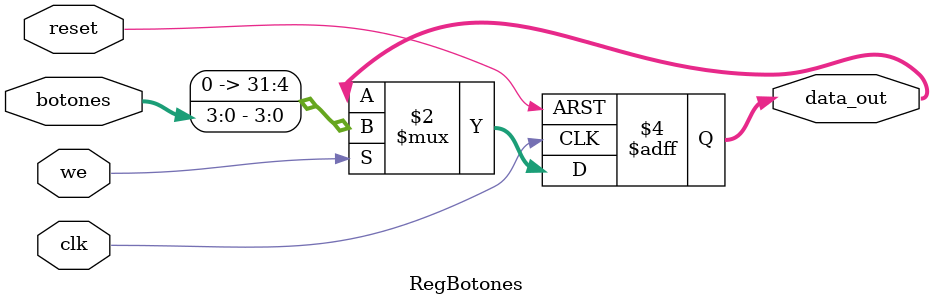
<source format=sv>
module RegBotones (
    input  logic clk,
    input  logic reset,
    input  logic [3:0] botones,
    input  logic we,
    output logic [31:0] data_out
);
	always_ff @(posedge clk or posedge reset) begin
		if (reset)
			data_out <= 32'b0;
		else if (we)
			data_out <= {28'b0, botones};  // Zero-extend a 32 bits
	end

endmodule
</source>
